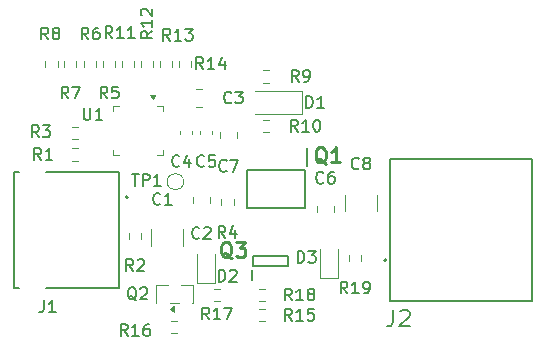
<source format=gbr>
%TF.GenerationSoftware,KiCad,Pcbnew,9.0.6*%
%TF.CreationDate,2026-01-22T02:23:31+05:30*%
%TF.ProjectId,USB-PD-Trigger-Board,5553422d-5044-42d5-9472-69676765722d,rev?*%
%TF.SameCoordinates,Original*%
%TF.FileFunction,Legend,Top*%
%TF.FilePolarity,Positive*%
%FSLAX45Y45*%
G04 Gerber Fmt 4.5, Leading zero omitted, Abs format (unit mm)*
G04 Created by KiCad (PCBNEW 9.0.6) date 2026-01-22 02:23:31*
%MOMM*%
%LPD*%
G01*
G04 APERTURE LIST*
%ADD10C,0.150000*%
%ADD11C,0.254000*%
%ADD12C,0.120000*%
%ADD13C,0.200000*%
%ADD14C,0.127000*%
G04 APERTURE END LIST*
D10*
X13205714Y-12245482D02*
X13172381Y-12197863D01*
X13148571Y-12245482D02*
X13148571Y-12145482D01*
X13148571Y-12145482D02*
X13186667Y-12145482D01*
X13186667Y-12145482D02*
X13196190Y-12150244D01*
X13196190Y-12150244D02*
X13200952Y-12155006D01*
X13200952Y-12155006D02*
X13205714Y-12164529D01*
X13205714Y-12164529D02*
X13205714Y-12178815D01*
X13205714Y-12178815D02*
X13200952Y-12188339D01*
X13200952Y-12188339D02*
X13196190Y-12193101D01*
X13196190Y-12193101D02*
X13186667Y-12197863D01*
X13186667Y-12197863D02*
X13148571Y-12197863D01*
X13300952Y-12245482D02*
X13243809Y-12245482D01*
X13272381Y-12245482D02*
X13272381Y-12145482D01*
X13272381Y-12145482D02*
X13262857Y-12159768D01*
X13262857Y-12159768D02*
X13253333Y-12169291D01*
X13253333Y-12169291D02*
X13243809Y-12174053D01*
X13391428Y-12145482D02*
X13343809Y-12145482D01*
X13343809Y-12145482D02*
X13339048Y-12193101D01*
X13339048Y-12193101D02*
X13343809Y-12188339D01*
X13343809Y-12188339D02*
X13353333Y-12183577D01*
X13353333Y-12183577D02*
X13377143Y-12183577D01*
X13377143Y-12183577D02*
X13386667Y-12188339D01*
X13386667Y-12188339D02*
X13391428Y-12193101D01*
X13391428Y-12193101D02*
X13396190Y-12202625D01*
X13396190Y-12202625D02*
X13396190Y-12226434D01*
X13396190Y-12226434D02*
X13391428Y-12235958D01*
X13391428Y-12235958D02*
X13386667Y-12240720D01*
X13386667Y-12240720D02*
X13377143Y-12245482D01*
X13377143Y-12245482D02*
X13353333Y-12245482D01*
X13353333Y-12245482D02*
X13343809Y-12240720D01*
X13343809Y-12240720D02*
X13339048Y-12235958D01*
D11*
X13497905Y-10919527D02*
X13485809Y-10913479D01*
X13485809Y-10913479D02*
X13473714Y-10901384D01*
X13473714Y-10901384D02*
X13455571Y-10883241D01*
X13455571Y-10883241D02*
X13443476Y-10877194D01*
X13443476Y-10877194D02*
X13431381Y-10877194D01*
X13437428Y-10907432D02*
X13425333Y-10901384D01*
X13425333Y-10901384D02*
X13413238Y-10889289D01*
X13413238Y-10889289D02*
X13407190Y-10865098D01*
X13407190Y-10865098D02*
X13407190Y-10822765D01*
X13407190Y-10822765D02*
X13413238Y-10798575D01*
X13413238Y-10798575D02*
X13425333Y-10786479D01*
X13425333Y-10786479D02*
X13437428Y-10780432D01*
X13437428Y-10780432D02*
X13461619Y-10780432D01*
X13461619Y-10780432D02*
X13473714Y-10786479D01*
X13473714Y-10786479D02*
X13485809Y-10798575D01*
X13485809Y-10798575D02*
X13491857Y-10822765D01*
X13491857Y-10822765D02*
X13491857Y-10865098D01*
X13491857Y-10865098D02*
X13485809Y-10889289D01*
X13485809Y-10889289D02*
X13473714Y-10901384D01*
X13473714Y-10901384D02*
X13461619Y-10907432D01*
X13461619Y-10907432D02*
X13437428Y-10907432D01*
X13612809Y-10907432D02*
X13540238Y-10907432D01*
X13576524Y-10907432D02*
X13576524Y-10780432D01*
X13576524Y-10780432D02*
X13564428Y-10798575D01*
X13564428Y-10798575D02*
X13552333Y-10810670D01*
X13552333Y-10810670D02*
X13540238Y-10816718D01*
D10*
X11063333Y-10694232D02*
X11030000Y-10646613D01*
X11006191Y-10694232D02*
X11006191Y-10594232D01*
X11006191Y-10594232D02*
X11044286Y-10594232D01*
X11044286Y-10594232D02*
X11053810Y-10598994D01*
X11053810Y-10598994D02*
X11058571Y-10603756D01*
X11058571Y-10603756D02*
X11063333Y-10613280D01*
X11063333Y-10613280D02*
X11063333Y-10627565D01*
X11063333Y-10627565D02*
X11058571Y-10637089D01*
X11058571Y-10637089D02*
X11053810Y-10641851D01*
X11053810Y-10641851D02*
X11044286Y-10646613D01*
X11044286Y-10646613D02*
X11006191Y-10646613D01*
X11096667Y-10594232D02*
X11158571Y-10594232D01*
X11158571Y-10594232D02*
X11125238Y-10632327D01*
X11125238Y-10632327D02*
X11139524Y-10632327D01*
X11139524Y-10632327D02*
X11149048Y-10637089D01*
X11149048Y-10637089D02*
X11153810Y-10641851D01*
X11153810Y-10641851D02*
X11158571Y-10651375D01*
X11158571Y-10651375D02*
X11158571Y-10675184D01*
X11158571Y-10675184D02*
X11153810Y-10684708D01*
X11153810Y-10684708D02*
X11149048Y-10689470D01*
X11149048Y-10689470D02*
X11139524Y-10694232D01*
X11139524Y-10694232D02*
X11110952Y-10694232D01*
X11110952Y-10694232D02*
X11101429Y-10689470D01*
X11101429Y-10689470D02*
X11096667Y-10684708D01*
X11483333Y-9865482D02*
X11450000Y-9817863D01*
X11426190Y-9865482D02*
X11426190Y-9765482D01*
X11426190Y-9765482D02*
X11464286Y-9765482D01*
X11464286Y-9765482D02*
X11473809Y-9770244D01*
X11473809Y-9770244D02*
X11478571Y-9775006D01*
X11478571Y-9775006D02*
X11483333Y-9784530D01*
X11483333Y-9784530D02*
X11483333Y-9798815D01*
X11483333Y-9798815D02*
X11478571Y-9808339D01*
X11478571Y-9808339D02*
X11473809Y-9813101D01*
X11473809Y-9813101D02*
X11464286Y-9817863D01*
X11464286Y-9817863D02*
X11426190Y-9817863D01*
X11569048Y-9765482D02*
X11550000Y-9765482D01*
X11550000Y-9765482D02*
X11540476Y-9770244D01*
X11540476Y-9770244D02*
X11535714Y-9775006D01*
X11535714Y-9775006D02*
X11526190Y-9789291D01*
X11526190Y-9789291D02*
X11521429Y-9808339D01*
X11521429Y-9808339D02*
X11521429Y-9846434D01*
X11521429Y-9846434D02*
X11526190Y-9855958D01*
X11526190Y-9855958D02*
X11530952Y-9860720D01*
X11530952Y-9860720D02*
X11540476Y-9865482D01*
X11540476Y-9865482D02*
X11559524Y-9865482D01*
X11559524Y-9865482D02*
X11569048Y-9860720D01*
X11569048Y-9860720D02*
X11573809Y-9855958D01*
X11573809Y-9855958D02*
X11578571Y-9846434D01*
X11578571Y-9846434D02*
X11578571Y-9822625D01*
X11578571Y-9822625D02*
X11573809Y-9813101D01*
X11573809Y-9813101D02*
X11569048Y-9808339D01*
X11569048Y-9808339D02*
X11559524Y-9803577D01*
X11559524Y-9803577D02*
X11540476Y-9803577D01*
X11540476Y-9803577D02*
X11530952Y-9808339D01*
X11530952Y-9808339D02*
X11526190Y-9813101D01*
X11526190Y-9813101D02*
X11521429Y-9822625D01*
X13256190Y-11755482D02*
X13256190Y-11655482D01*
X13256190Y-11655482D02*
X13280000Y-11655482D01*
X13280000Y-11655482D02*
X13294286Y-11660244D01*
X13294286Y-11660244D02*
X13303809Y-11669768D01*
X13303809Y-11669768D02*
X13308571Y-11679291D01*
X13308571Y-11679291D02*
X13313333Y-11698339D01*
X13313333Y-11698339D02*
X13313333Y-11712625D01*
X13313333Y-11712625D02*
X13308571Y-11731672D01*
X13308571Y-11731672D02*
X13303809Y-11741196D01*
X13303809Y-11741196D02*
X13294286Y-11750720D01*
X13294286Y-11750720D02*
X13280000Y-11755482D01*
X13280000Y-11755482D02*
X13256190Y-11755482D01*
X13346667Y-11655482D02*
X13408571Y-11655482D01*
X13408571Y-11655482D02*
X13375238Y-11693577D01*
X13375238Y-11693577D02*
X13389524Y-11693577D01*
X13389524Y-11693577D02*
X13399048Y-11698339D01*
X13399048Y-11698339D02*
X13403809Y-11703101D01*
X13403809Y-11703101D02*
X13408571Y-11712625D01*
X13408571Y-11712625D02*
X13408571Y-11736434D01*
X13408571Y-11736434D02*
X13403809Y-11745958D01*
X13403809Y-11745958D02*
X13399048Y-11750720D01*
X13399048Y-11750720D02*
X13389524Y-11755482D01*
X13389524Y-11755482D02*
X13360952Y-11755482D01*
X13360952Y-11755482D02*
X13351429Y-11750720D01*
X13351429Y-11750720D02*
X13346667Y-11745958D01*
X13675714Y-12015482D02*
X13642381Y-11967863D01*
X13618571Y-12015482D02*
X13618571Y-11915482D01*
X13618571Y-11915482D02*
X13656667Y-11915482D01*
X13656667Y-11915482D02*
X13666190Y-11920244D01*
X13666190Y-11920244D02*
X13670952Y-11925006D01*
X13670952Y-11925006D02*
X13675714Y-11934529D01*
X13675714Y-11934529D02*
X13675714Y-11948815D01*
X13675714Y-11948815D02*
X13670952Y-11958339D01*
X13670952Y-11958339D02*
X13666190Y-11963101D01*
X13666190Y-11963101D02*
X13656667Y-11967863D01*
X13656667Y-11967863D02*
X13618571Y-11967863D01*
X13770952Y-12015482D02*
X13713809Y-12015482D01*
X13742381Y-12015482D02*
X13742381Y-11915482D01*
X13742381Y-11915482D02*
X13732857Y-11929768D01*
X13732857Y-11929768D02*
X13723333Y-11939291D01*
X13723333Y-11939291D02*
X13713809Y-11944053D01*
X13818571Y-12015482D02*
X13837619Y-12015482D01*
X13837619Y-12015482D02*
X13847143Y-12010720D01*
X13847143Y-12010720D02*
X13851905Y-12005958D01*
X13851905Y-12005958D02*
X13861428Y-11991672D01*
X13861428Y-11991672D02*
X13866190Y-11972625D01*
X13866190Y-11972625D02*
X13866190Y-11934529D01*
X13866190Y-11934529D02*
X13861428Y-11925006D01*
X13861428Y-11925006D02*
X13856667Y-11920244D01*
X13856667Y-11920244D02*
X13847143Y-11915482D01*
X13847143Y-11915482D02*
X13828095Y-11915482D01*
X13828095Y-11915482D02*
X13818571Y-11920244D01*
X13818571Y-11920244D02*
X13813809Y-11925006D01*
X13813809Y-11925006D02*
X13809048Y-11934529D01*
X13809048Y-11934529D02*
X13809048Y-11958339D01*
X13809048Y-11958339D02*
X13813809Y-11967863D01*
X13813809Y-11967863D02*
X13818571Y-11972625D01*
X13818571Y-11972625D02*
X13828095Y-11977387D01*
X13828095Y-11977387D02*
X13847143Y-11977387D01*
X13847143Y-11977387D02*
X13856667Y-11972625D01*
X13856667Y-11972625D02*
X13861428Y-11967863D01*
X13861428Y-11967863D02*
X13866190Y-11958339D01*
X13773333Y-10955958D02*
X13768571Y-10960720D01*
X13768571Y-10960720D02*
X13754286Y-10965482D01*
X13754286Y-10965482D02*
X13744762Y-10965482D01*
X13744762Y-10965482D02*
X13730476Y-10960720D01*
X13730476Y-10960720D02*
X13720952Y-10951196D01*
X13720952Y-10951196D02*
X13716190Y-10941672D01*
X13716190Y-10941672D02*
X13711429Y-10922625D01*
X13711429Y-10922625D02*
X13711429Y-10908339D01*
X13711429Y-10908339D02*
X13716190Y-10889291D01*
X13716190Y-10889291D02*
X13720952Y-10879768D01*
X13720952Y-10879768D02*
X13730476Y-10870244D01*
X13730476Y-10870244D02*
X13744762Y-10865482D01*
X13744762Y-10865482D02*
X13754286Y-10865482D01*
X13754286Y-10865482D02*
X13768571Y-10870244D01*
X13768571Y-10870244D02*
X13773333Y-10875006D01*
X13830476Y-10908339D02*
X13820952Y-10903577D01*
X13820952Y-10903577D02*
X13816190Y-10898815D01*
X13816190Y-10898815D02*
X13811429Y-10889291D01*
X13811429Y-10889291D02*
X13811429Y-10884530D01*
X13811429Y-10884530D02*
X13816190Y-10875006D01*
X13816190Y-10875006D02*
X13820952Y-10870244D01*
X13820952Y-10870244D02*
X13830476Y-10865482D01*
X13830476Y-10865482D02*
X13849524Y-10865482D01*
X13849524Y-10865482D02*
X13859048Y-10870244D01*
X13859048Y-10870244D02*
X13863809Y-10875006D01*
X13863809Y-10875006D02*
X13868571Y-10884530D01*
X13868571Y-10884530D02*
X13868571Y-10889291D01*
X13868571Y-10889291D02*
X13863809Y-10898815D01*
X13863809Y-10898815D02*
X13859048Y-10903577D01*
X13859048Y-10903577D02*
X13849524Y-10908339D01*
X13849524Y-10908339D02*
X13830476Y-10908339D01*
X13830476Y-10908339D02*
X13820952Y-10913101D01*
X13820952Y-10913101D02*
X13816190Y-10917863D01*
X13816190Y-10917863D02*
X13811429Y-10927387D01*
X13811429Y-10927387D02*
X13811429Y-10946434D01*
X13811429Y-10946434D02*
X13816190Y-10955958D01*
X13816190Y-10955958D02*
X13820952Y-10960720D01*
X13820952Y-10960720D02*
X13830476Y-10965482D01*
X13830476Y-10965482D02*
X13849524Y-10965482D01*
X13849524Y-10965482D02*
X13859048Y-10960720D01*
X13859048Y-10960720D02*
X13863809Y-10955958D01*
X13863809Y-10955958D02*
X13868571Y-10946434D01*
X13868571Y-10946434D02*
X13868571Y-10927387D01*
X13868571Y-10927387D02*
X13863809Y-10917863D01*
X13863809Y-10917863D02*
X13859048Y-10913101D01*
X13859048Y-10913101D02*
X13849524Y-10908339D01*
X11863333Y-11825482D02*
X11830000Y-11777863D01*
X11806190Y-11825482D02*
X11806190Y-11725482D01*
X11806190Y-11725482D02*
X11844286Y-11725482D01*
X11844286Y-11725482D02*
X11853809Y-11730244D01*
X11853809Y-11730244D02*
X11858571Y-11735006D01*
X11858571Y-11735006D02*
X11863333Y-11744529D01*
X11863333Y-11744529D02*
X11863333Y-11758815D01*
X11863333Y-11758815D02*
X11858571Y-11768339D01*
X11858571Y-11768339D02*
X11853809Y-11773101D01*
X11853809Y-11773101D02*
X11844286Y-11777863D01*
X11844286Y-11777863D02*
X11806190Y-11777863D01*
X11901429Y-11735006D02*
X11906190Y-11730244D01*
X11906190Y-11730244D02*
X11915714Y-11725482D01*
X11915714Y-11725482D02*
X11939524Y-11725482D01*
X11939524Y-11725482D02*
X11949048Y-11730244D01*
X11949048Y-11730244D02*
X11953809Y-11735006D01*
X11953809Y-11735006D02*
X11958571Y-11744529D01*
X11958571Y-11744529D02*
X11958571Y-11754053D01*
X11958571Y-11754053D02*
X11953809Y-11768339D01*
X11953809Y-11768339D02*
X11896667Y-11825482D01*
X11896667Y-11825482D02*
X11958571Y-11825482D01*
X12455714Y-10115482D02*
X12422381Y-10067863D01*
X12398571Y-10115482D02*
X12398571Y-10015482D01*
X12398571Y-10015482D02*
X12436667Y-10015482D01*
X12436667Y-10015482D02*
X12446190Y-10020244D01*
X12446190Y-10020244D02*
X12450952Y-10025006D01*
X12450952Y-10025006D02*
X12455714Y-10034530D01*
X12455714Y-10034530D02*
X12455714Y-10048815D01*
X12455714Y-10048815D02*
X12450952Y-10058339D01*
X12450952Y-10058339D02*
X12446190Y-10063101D01*
X12446190Y-10063101D02*
X12436667Y-10067863D01*
X12436667Y-10067863D02*
X12398571Y-10067863D01*
X12550952Y-10115482D02*
X12493809Y-10115482D01*
X12522381Y-10115482D02*
X12522381Y-10015482D01*
X12522381Y-10015482D02*
X12512857Y-10029768D01*
X12512857Y-10029768D02*
X12503333Y-10039291D01*
X12503333Y-10039291D02*
X12493809Y-10044053D01*
X12636667Y-10048815D02*
X12636667Y-10115482D01*
X12612857Y-10010720D02*
X12589048Y-10082149D01*
X12589048Y-10082149D02*
X12650952Y-10082149D01*
X14063119Y-12154641D02*
X14063119Y-12255101D01*
X14063119Y-12255101D02*
X14056421Y-12275193D01*
X14056421Y-12275193D02*
X14043027Y-12288587D01*
X14043027Y-12288587D02*
X14022934Y-12295285D01*
X14022934Y-12295285D02*
X14009540Y-12295285D01*
X14123395Y-12168035D02*
X14130092Y-12161338D01*
X14130092Y-12161338D02*
X14143487Y-12154641D01*
X14143487Y-12154641D02*
X14176973Y-12154641D01*
X14176973Y-12154641D02*
X14190368Y-12161338D01*
X14190368Y-12161338D02*
X14197065Y-12168035D01*
X14197065Y-12168035D02*
X14203763Y-12181430D01*
X14203763Y-12181430D02*
X14203763Y-12194825D01*
X14203763Y-12194825D02*
X14197065Y-12214917D01*
X14197065Y-12214917D02*
X14116697Y-12295285D01*
X14116697Y-12295285D02*
X14203763Y-12295285D01*
X12025482Y-9795536D02*
X11977863Y-9828869D01*
X12025482Y-9852679D02*
X11925482Y-9852679D01*
X11925482Y-9852679D02*
X11925482Y-9814583D01*
X11925482Y-9814583D02*
X11930244Y-9805060D01*
X11930244Y-9805060D02*
X11935006Y-9800298D01*
X11935006Y-9800298D02*
X11944529Y-9795536D01*
X11944529Y-9795536D02*
X11958815Y-9795536D01*
X11958815Y-9795536D02*
X11968339Y-9800298D01*
X11968339Y-9800298D02*
X11973101Y-9805060D01*
X11973101Y-9805060D02*
X11977863Y-9814583D01*
X11977863Y-9814583D02*
X11977863Y-9852679D01*
X12025482Y-9700298D02*
X12025482Y-9757440D01*
X12025482Y-9728869D02*
X11925482Y-9728869D01*
X11925482Y-9728869D02*
X11939768Y-9738393D01*
X11939768Y-9738393D02*
X11949291Y-9747917D01*
X11949291Y-9747917D02*
X11954053Y-9757440D01*
X11935006Y-9662202D02*
X11930244Y-9657440D01*
X11930244Y-9657440D02*
X11925482Y-9647917D01*
X11925482Y-9647917D02*
X11925482Y-9624107D01*
X11925482Y-9624107D02*
X11930244Y-9614583D01*
X11930244Y-9614583D02*
X11935006Y-9609821D01*
X11935006Y-9609821D02*
X11944529Y-9605060D01*
X11944529Y-9605060D02*
X11954053Y-9605060D01*
X11954053Y-9605060D02*
X11968339Y-9609821D01*
X11968339Y-9609821D02*
X12025482Y-9666964D01*
X12025482Y-9666964D02*
X12025482Y-9605060D01*
X12253333Y-10935958D02*
X12248571Y-10940720D01*
X12248571Y-10940720D02*
X12234286Y-10945482D01*
X12234286Y-10945482D02*
X12224762Y-10945482D01*
X12224762Y-10945482D02*
X12210476Y-10940720D01*
X12210476Y-10940720D02*
X12200952Y-10931196D01*
X12200952Y-10931196D02*
X12196190Y-10921672D01*
X12196190Y-10921672D02*
X12191429Y-10902625D01*
X12191429Y-10902625D02*
X12191429Y-10888339D01*
X12191429Y-10888339D02*
X12196190Y-10869291D01*
X12196190Y-10869291D02*
X12200952Y-10859768D01*
X12200952Y-10859768D02*
X12210476Y-10850244D01*
X12210476Y-10850244D02*
X12224762Y-10845482D01*
X12224762Y-10845482D02*
X12234286Y-10845482D01*
X12234286Y-10845482D02*
X12248571Y-10850244D01*
X12248571Y-10850244D02*
X12253333Y-10855006D01*
X12339048Y-10878815D02*
X12339048Y-10945482D01*
X12315238Y-10840720D02*
X12291429Y-10912149D01*
X12291429Y-10912149D02*
X12353333Y-10912149D01*
X13326190Y-10445482D02*
X13326190Y-10345482D01*
X13326190Y-10345482D02*
X13350000Y-10345482D01*
X13350000Y-10345482D02*
X13364286Y-10350244D01*
X13364286Y-10350244D02*
X13373809Y-10359768D01*
X13373809Y-10359768D02*
X13378571Y-10369291D01*
X13378571Y-10369291D02*
X13383333Y-10388339D01*
X13383333Y-10388339D02*
X13383333Y-10402625D01*
X13383333Y-10402625D02*
X13378571Y-10421672D01*
X13378571Y-10421672D02*
X13373809Y-10431196D01*
X13373809Y-10431196D02*
X13364286Y-10440720D01*
X13364286Y-10440720D02*
X13350000Y-10445482D01*
X13350000Y-10445482D02*
X13326190Y-10445482D01*
X13478571Y-10445482D02*
X13421429Y-10445482D01*
X13450000Y-10445482D02*
X13450000Y-10345482D01*
X13450000Y-10345482D02*
X13440476Y-10359768D01*
X13440476Y-10359768D02*
X13430952Y-10369291D01*
X13430952Y-10369291D02*
X13421429Y-10374053D01*
X11106667Y-12075482D02*
X11106667Y-12146910D01*
X11106667Y-12146910D02*
X11101905Y-12161196D01*
X11101905Y-12161196D02*
X11092381Y-12170720D01*
X11092381Y-12170720D02*
X11078095Y-12175482D01*
X11078095Y-12175482D02*
X11068571Y-12175482D01*
X11206667Y-12175482D02*
X11149524Y-12175482D01*
X11178095Y-12175482D02*
X11178095Y-12075482D01*
X11178095Y-12075482D02*
X11168571Y-12089768D01*
X11168571Y-12089768D02*
X11159048Y-12099291D01*
X11159048Y-12099291D02*
X11149524Y-12104053D01*
X13473333Y-11075958D02*
X13468571Y-11080720D01*
X13468571Y-11080720D02*
X13454286Y-11085482D01*
X13454286Y-11085482D02*
X13444762Y-11085482D01*
X13444762Y-11085482D02*
X13430476Y-11080720D01*
X13430476Y-11080720D02*
X13420952Y-11071196D01*
X13420952Y-11071196D02*
X13416190Y-11061672D01*
X13416190Y-11061672D02*
X13411429Y-11042625D01*
X13411429Y-11042625D02*
X13411429Y-11028339D01*
X13411429Y-11028339D02*
X13416190Y-11009291D01*
X13416190Y-11009291D02*
X13420952Y-10999768D01*
X13420952Y-10999768D02*
X13430476Y-10990244D01*
X13430476Y-10990244D02*
X13444762Y-10985482D01*
X13444762Y-10985482D02*
X13454286Y-10985482D01*
X13454286Y-10985482D02*
X13468571Y-10990244D01*
X13468571Y-10990244D02*
X13473333Y-10995006D01*
X13559048Y-10985482D02*
X13540000Y-10985482D01*
X13540000Y-10985482D02*
X13530476Y-10990244D01*
X13530476Y-10990244D02*
X13525714Y-10995006D01*
X13525714Y-10995006D02*
X13516190Y-11009291D01*
X13516190Y-11009291D02*
X13511429Y-11028339D01*
X13511429Y-11028339D02*
X13511429Y-11066434D01*
X13511429Y-11066434D02*
X13516190Y-11075958D01*
X13516190Y-11075958D02*
X13520952Y-11080720D01*
X13520952Y-11080720D02*
X13530476Y-11085482D01*
X13530476Y-11085482D02*
X13549524Y-11085482D01*
X13549524Y-11085482D02*
X13559048Y-11080720D01*
X13559048Y-11080720D02*
X13563809Y-11075958D01*
X13563809Y-11075958D02*
X13568571Y-11066434D01*
X13568571Y-11066434D02*
X13568571Y-11042625D01*
X13568571Y-11042625D02*
X13563809Y-11033101D01*
X13563809Y-11033101D02*
X13559048Y-11028339D01*
X13559048Y-11028339D02*
X13549524Y-11023577D01*
X13549524Y-11023577D02*
X13530476Y-11023577D01*
X13530476Y-11023577D02*
X13520952Y-11028339D01*
X13520952Y-11028339D02*
X13516190Y-11033101D01*
X13516190Y-11033101D02*
X13511429Y-11042625D01*
D11*
X12697905Y-11719527D02*
X12685809Y-11713479D01*
X12685809Y-11713479D02*
X12673714Y-11701384D01*
X12673714Y-11701384D02*
X12655571Y-11683241D01*
X12655571Y-11683241D02*
X12643476Y-11677194D01*
X12643476Y-11677194D02*
X12631381Y-11677194D01*
X12637428Y-11707432D02*
X12625333Y-11701384D01*
X12625333Y-11701384D02*
X12613238Y-11689289D01*
X12613238Y-11689289D02*
X12607190Y-11665098D01*
X12607190Y-11665098D02*
X12607190Y-11622765D01*
X12607190Y-11622765D02*
X12613238Y-11598575D01*
X12613238Y-11598575D02*
X12625333Y-11586479D01*
X12625333Y-11586479D02*
X12637428Y-11580432D01*
X12637428Y-11580432D02*
X12661619Y-11580432D01*
X12661619Y-11580432D02*
X12673714Y-11586479D01*
X12673714Y-11586479D02*
X12685809Y-11598575D01*
X12685809Y-11598575D02*
X12691857Y-11622765D01*
X12691857Y-11622765D02*
X12691857Y-11665098D01*
X12691857Y-11665098D02*
X12685809Y-11689289D01*
X12685809Y-11689289D02*
X12673714Y-11701384D01*
X12673714Y-11701384D02*
X12661619Y-11707432D01*
X12661619Y-11707432D02*
X12637428Y-11707432D01*
X12734190Y-11580432D02*
X12812809Y-11580432D01*
X12812809Y-11580432D02*
X12770476Y-11628813D01*
X12770476Y-11628813D02*
X12788619Y-11628813D01*
X12788619Y-11628813D02*
X12800714Y-11634860D01*
X12800714Y-11634860D02*
X12806762Y-11640908D01*
X12806762Y-11640908D02*
X12812809Y-11653003D01*
X12812809Y-11653003D02*
X12812809Y-11683241D01*
X12812809Y-11683241D02*
X12806762Y-11695336D01*
X12806762Y-11695336D02*
X12800714Y-11701384D01*
X12800714Y-11701384D02*
X12788619Y-11707432D01*
X12788619Y-11707432D02*
X12752333Y-11707432D01*
X12752333Y-11707432D02*
X12740238Y-11701384D01*
X12740238Y-11701384D02*
X12734190Y-11695336D01*
D10*
X12643333Y-11545482D02*
X12610000Y-11497863D01*
X12586190Y-11545482D02*
X12586190Y-11445482D01*
X12586190Y-11445482D02*
X12624286Y-11445482D01*
X12624286Y-11445482D02*
X12633809Y-11450244D01*
X12633809Y-11450244D02*
X12638571Y-11455006D01*
X12638571Y-11455006D02*
X12643333Y-11464529D01*
X12643333Y-11464529D02*
X12643333Y-11478815D01*
X12643333Y-11478815D02*
X12638571Y-11488339D01*
X12638571Y-11488339D02*
X12633809Y-11493101D01*
X12633809Y-11493101D02*
X12624286Y-11497863D01*
X12624286Y-11497863D02*
X12586190Y-11497863D01*
X12729048Y-11478815D02*
X12729048Y-11545482D01*
X12705238Y-11440720D02*
X12681429Y-11512148D01*
X12681429Y-11512148D02*
X12743333Y-11512148D01*
X11890476Y-12075006D02*
X11880952Y-12070244D01*
X11880952Y-12070244D02*
X11871428Y-12060720D01*
X11871428Y-12060720D02*
X11857143Y-12046434D01*
X11857143Y-12046434D02*
X11847619Y-12041672D01*
X11847619Y-12041672D02*
X11838095Y-12041672D01*
X11842857Y-12065482D02*
X11833333Y-12060720D01*
X11833333Y-12060720D02*
X11823809Y-12051196D01*
X11823809Y-12051196D02*
X11819048Y-12032148D01*
X11819048Y-12032148D02*
X11819048Y-11998815D01*
X11819048Y-11998815D02*
X11823809Y-11979768D01*
X11823809Y-11979768D02*
X11833333Y-11970244D01*
X11833333Y-11970244D02*
X11842857Y-11965482D01*
X11842857Y-11965482D02*
X11861905Y-11965482D01*
X11861905Y-11965482D02*
X11871428Y-11970244D01*
X11871428Y-11970244D02*
X11880952Y-11979768D01*
X11880952Y-11979768D02*
X11885714Y-11998815D01*
X11885714Y-11998815D02*
X11885714Y-12032148D01*
X11885714Y-12032148D02*
X11880952Y-12051196D01*
X11880952Y-12051196D02*
X11871428Y-12060720D01*
X11871428Y-12060720D02*
X11861905Y-12065482D01*
X11861905Y-12065482D02*
X11842857Y-12065482D01*
X11923809Y-11975006D02*
X11928571Y-11970244D01*
X11928571Y-11970244D02*
X11938095Y-11965482D01*
X11938095Y-11965482D02*
X11961905Y-11965482D01*
X11961905Y-11965482D02*
X11971428Y-11970244D01*
X11971428Y-11970244D02*
X11976190Y-11975006D01*
X11976190Y-11975006D02*
X11980952Y-11984529D01*
X11980952Y-11984529D02*
X11980952Y-11994053D01*
X11980952Y-11994053D02*
X11976190Y-12008339D01*
X11976190Y-12008339D02*
X11919048Y-12065482D01*
X11919048Y-12065482D02*
X11980952Y-12065482D01*
X12463333Y-10935958D02*
X12458571Y-10940720D01*
X12458571Y-10940720D02*
X12444286Y-10945482D01*
X12444286Y-10945482D02*
X12434762Y-10945482D01*
X12434762Y-10945482D02*
X12420476Y-10940720D01*
X12420476Y-10940720D02*
X12410952Y-10931196D01*
X12410952Y-10931196D02*
X12406190Y-10921672D01*
X12406190Y-10921672D02*
X12401429Y-10902625D01*
X12401429Y-10902625D02*
X12401429Y-10888339D01*
X12401429Y-10888339D02*
X12406190Y-10869291D01*
X12406190Y-10869291D02*
X12410952Y-10859768D01*
X12410952Y-10859768D02*
X12420476Y-10850244D01*
X12420476Y-10850244D02*
X12434762Y-10845482D01*
X12434762Y-10845482D02*
X12444286Y-10845482D01*
X12444286Y-10845482D02*
X12458571Y-10850244D01*
X12458571Y-10850244D02*
X12463333Y-10855006D01*
X12553809Y-10845482D02*
X12506190Y-10845482D01*
X12506190Y-10845482D02*
X12501429Y-10893101D01*
X12501429Y-10893101D02*
X12506190Y-10888339D01*
X12506190Y-10888339D02*
X12515714Y-10883577D01*
X12515714Y-10883577D02*
X12539524Y-10883577D01*
X12539524Y-10883577D02*
X12549048Y-10888339D01*
X12549048Y-10888339D02*
X12553809Y-10893101D01*
X12553809Y-10893101D02*
X12558571Y-10902625D01*
X12558571Y-10902625D02*
X12558571Y-10926434D01*
X12558571Y-10926434D02*
X12553809Y-10935958D01*
X12553809Y-10935958D02*
X12549048Y-10940720D01*
X12549048Y-10940720D02*
X12539524Y-10945482D01*
X12539524Y-10945482D02*
X12515714Y-10945482D01*
X12515714Y-10945482D02*
X12506190Y-10940720D01*
X12506190Y-10940720D02*
X12501429Y-10935958D01*
X11643333Y-10365482D02*
X11610000Y-10317863D01*
X11586190Y-10365482D02*
X11586190Y-10265482D01*
X11586190Y-10265482D02*
X11624286Y-10265482D01*
X11624286Y-10265482D02*
X11633809Y-10270244D01*
X11633809Y-10270244D02*
X11638571Y-10275006D01*
X11638571Y-10275006D02*
X11643333Y-10284530D01*
X11643333Y-10284530D02*
X11643333Y-10298815D01*
X11643333Y-10298815D02*
X11638571Y-10308339D01*
X11638571Y-10308339D02*
X11633809Y-10313101D01*
X11633809Y-10313101D02*
X11624286Y-10317863D01*
X11624286Y-10317863D02*
X11586190Y-10317863D01*
X11733809Y-10265482D02*
X11686190Y-10265482D01*
X11686190Y-10265482D02*
X11681429Y-10313101D01*
X11681429Y-10313101D02*
X11686190Y-10308339D01*
X11686190Y-10308339D02*
X11695714Y-10303577D01*
X11695714Y-10303577D02*
X11719524Y-10303577D01*
X11719524Y-10303577D02*
X11729048Y-10308339D01*
X11729048Y-10308339D02*
X11733809Y-10313101D01*
X11733809Y-10313101D02*
X11738571Y-10322625D01*
X11738571Y-10322625D02*
X11738571Y-10346434D01*
X11738571Y-10346434D02*
X11733809Y-10355958D01*
X11733809Y-10355958D02*
X11729048Y-10360720D01*
X11729048Y-10360720D02*
X11719524Y-10365482D01*
X11719524Y-10365482D02*
X11695714Y-10365482D01*
X11695714Y-10365482D02*
X11686190Y-10360720D01*
X11686190Y-10360720D02*
X11681429Y-10355958D01*
X13205714Y-12075482D02*
X13172381Y-12027863D01*
X13148571Y-12075482D02*
X13148571Y-11975482D01*
X13148571Y-11975482D02*
X13186667Y-11975482D01*
X13186667Y-11975482D02*
X13196190Y-11980244D01*
X13196190Y-11980244D02*
X13200952Y-11985006D01*
X13200952Y-11985006D02*
X13205714Y-11994529D01*
X13205714Y-11994529D02*
X13205714Y-12008815D01*
X13205714Y-12008815D02*
X13200952Y-12018339D01*
X13200952Y-12018339D02*
X13196190Y-12023101D01*
X13196190Y-12023101D02*
X13186667Y-12027863D01*
X13186667Y-12027863D02*
X13148571Y-12027863D01*
X13300952Y-12075482D02*
X13243809Y-12075482D01*
X13272381Y-12075482D02*
X13272381Y-11975482D01*
X13272381Y-11975482D02*
X13262857Y-11989768D01*
X13262857Y-11989768D02*
X13253333Y-11999291D01*
X13253333Y-11999291D02*
X13243809Y-12004053D01*
X13358095Y-12018339D02*
X13348571Y-12013577D01*
X13348571Y-12013577D02*
X13343809Y-12008815D01*
X13343809Y-12008815D02*
X13339048Y-11999291D01*
X13339048Y-11999291D02*
X13339048Y-11994529D01*
X13339048Y-11994529D02*
X13343809Y-11985006D01*
X13343809Y-11985006D02*
X13348571Y-11980244D01*
X13348571Y-11980244D02*
X13358095Y-11975482D01*
X13358095Y-11975482D02*
X13377143Y-11975482D01*
X13377143Y-11975482D02*
X13386667Y-11980244D01*
X13386667Y-11980244D02*
X13391428Y-11985006D01*
X13391428Y-11985006D02*
X13396190Y-11994529D01*
X13396190Y-11994529D02*
X13396190Y-11999291D01*
X13396190Y-11999291D02*
X13391428Y-12008815D01*
X13391428Y-12008815D02*
X13386667Y-12013577D01*
X13386667Y-12013577D02*
X13377143Y-12018339D01*
X13377143Y-12018339D02*
X13358095Y-12018339D01*
X13358095Y-12018339D02*
X13348571Y-12023101D01*
X13348571Y-12023101D02*
X13343809Y-12027863D01*
X13343809Y-12027863D02*
X13339048Y-12037387D01*
X13339048Y-12037387D02*
X13339048Y-12056434D01*
X13339048Y-12056434D02*
X13343809Y-12065958D01*
X13343809Y-12065958D02*
X13348571Y-12070720D01*
X13348571Y-12070720D02*
X13358095Y-12075482D01*
X13358095Y-12075482D02*
X13377143Y-12075482D01*
X13377143Y-12075482D02*
X13386667Y-12070720D01*
X13386667Y-12070720D02*
X13391428Y-12065958D01*
X13391428Y-12065958D02*
X13396190Y-12056434D01*
X13396190Y-12056434D02*
X13396190Y-12037387D01*
X13396190Y-12037387D02*
X13391428Y-12027863D01*
X13391428Y-12027863D02*
X13386667Y-12023101D01*
X13386667Y-12023101D02*
X13377143Y-12018339D01*
X13255714Y-10645482D02*
X13222381Y-10597863D01*
X13198571Y-10645482D02*
X13198571Y-10545482D01*
X13198571Y-10545482D02*
X13236667Y-10545482D01*
X13236667Y-10545482D02*
X13246190Y-10550244D01*
X13246190Y-10550244D02*
X13250952Y-10555006D01*
X13250952Y-10555006D02*
X13255714Y-10564530D01*
X13255714Y-10564530D02*
X13255714Y-10578815D01*
X13255714Y-10578815D02*
X13250952Y-10588339D01*
X13250952Y-10588339D02*
X13246190Y-10593101D01*
X13246190Y-10593101D02*
X13236667Y-10597863D01*
X13236667Y-10597863D02*
X13198571Y-10597863D01*
X13350952Y-10645482D02*
X13293809Y-10645482D01*
X13322381Y-10645482D02*
X13322381Y-10545482D01*
X13322381Y-10545482D02*
X13312857Y-10559768D01*
X13312857Y-10559768D02*
X13303333Y-10569291D01*
X13303333Y-10569291D02*
X13293809Y-10574053D01*
X13412857Y-10545482D02*
X13422381Y-10545482D01*
X13422381Y-10545482D02*
X13431905Y-10550244D01*
X13431905Y-10550244D02*
X13436667Y-10555006D01*
X13436667Y-10555006D02*
X13441428Y-10564530D01*
X13441428Y-10564530D02*
X13446190Y-10583577D01*
X13446190Y-10583577D02*
X13446190Y-10607387D01*
X13446190Y-10607387D02*
X13441428Y-10626434D01*
X13441428Y-10626434D02*
X13436667Y-10635958D01*
X13436667Y-10635958D02*
X13431905Y-10640720D01*
X13431905Y-10640720D02*
X13422381Y-10645482D01*
X13422381Y-10645482D02*
X13412857Y-10645482D01*
X13412857Y-10645482D02*
X13403333Y-10640720D01*
X13403333Y-10640720D02*
X13398571Y-10635958D01*
X13398571Y-10635958D02*
X13393809Y-10626434D01*
X13393809Y-10626434D02*
X13389048Y-10607387D01*
X13389048Y-10607387D02*
X13389048Y-10583577D01*
X13389048Y-10583577D02*
X13393809Y-10564530D01*
X13393809Y-10564530D02*
X13398571Y-10555006D01*
X13398571Y-10555006D02*
X13403333Y-10550244D01*
X13403333Y-10550244D02*
X13412857Y-10545482D01*
X12693333Y-10397208D02*
X12688571Y-10401970D01*
X12688571Y-10401970D02*
X12674286Y-10406732D01*
X12674286Y-10406732D02*
X12664762Y-10406732D01*
X12664762Y-10406732D02*
X12650476Y-10401970D01*
X12650476Y-10401970D02*
X12640952Y-10392446D01*
X12640952Y-10392446D02*
X12636190Y-10382922D01*
X12636190Y-10382922D02*
X12631429Y-10363875D01*
X12631429Y-10363875D02*
X12631429Y-10349589D01*
X12631429Y-10349589D02*
X12636190Y-10330541D01*
X12636190Y-10330541D02*
X12640952Y-10321018D01*
X12640952Y-10321018D02*
X12650476Y-10311494D01*
X12650476Y-10311494D02*
X12664762Y-10306732D01*
X12664762Y-10306732D02*
X12674286Y-10306732D01*
X12674286Y-10306732D02*
X12688571Y-10311494D01*
X12688571Y-10311494D02*
X12693333Y-10316256D01*
X12726667Y-10306732D02*
X12788571Y-10306732D01*
X12788571Y-10306732D02*
X12755238Y-10344827D01*
X12755238Y-10344827D02*
X12769524Y-10344827D01*
X12769524Y-10344827D02*
X12779048Y-10349589D01*
X12779048Y-10349589D02*
X12783809Y-10354351D01*
X12783809Y-10354351D02*
X12788571Y-10363875D01*
X12788571Y-10363875D02*
X12788571Y-10387684D01*
X12788571Y-10387684D02*
X12783809Y-10397208D01*
X12783809Y-10397208D02*
X12779048Y-10401970D01*
X12779048Y-10401970D02*
X12769524Y-10406732D01*
X12769524Y-10406732D02*
X12740952Y-10406732D01*
X12740952Y-10406732D02*
X12731429Y-10401970D01*
X12731429Y-10401970D02*
X12726667Y-10397208D01*
X11143333Y-9865482D02*
X11110000Y-9817863D01*
X11086191Y-9865482D02*
X11086191Y-9765482D01*
X11086191Y-9765482D02*
X11124286Y-9765482D01*
X11124286Y-9765482D02*
X11133810Y-9770244D01*
X11133810Y-9770244D02*
X11138571Y-9775006D01*
X11138571Y-9775006D02*
X11143333Y-9784530D01*
X11143333Y-9784530D02*
X11143333Y-9798815D01*
X11143333Y-9798815D02*
X11138571Y-9808339D01*
X11138571Y-9808339D02*
X11133810Y-9813101D01*
X11133810Y-9813101D02*
X11124286Y-9817863D01*
X11124286Y-9817863D02*
X11086191Y-9817863D01*
X11200476Y-9808339D02*
X11190952Y-9803577D01*
X11190952Y-9803577D02*
X11186190Y-9798815D01*
X11186190Y-9798815D02*
X11181429Y-9789291D01*
X11181429Y-9789291D02*
X11181429Y-9784530D01*
X11181429Y-9784530D02*
X11186190Y-9775006D01*
X11186190Y-9775006D02*
X11190952Y-9770244D01*
X11190952Y-9770244D02*
X11200476Y-9765482D01*
X11200476Y-9765482D02*
X11219524Y-9765482D01*
X11219524Y-9765482D02*
X11229048Y-9770244D01*
X11229048Y-9770244D02*
X11233809Y-9775006D01*
X11233809Y-9775006D02*
X11238571Y-9784530D01*
X11238571Y-9784530D02*
X11238571Y-9789291D01*
X11238571Y-9789291D02*
X11233809Y-9798815D01*
X11233809Y-9798815D02*
X11229048Y-9803577D01*
X11229048Y-9803577D02*
X11219524Y-9808339D01*
X11219524Y-9808339D02*
X11200476Y-9808339D01*
X11200476Y-9808339D02*
X11190952Y-9813101D01*
X11190952Y-9813101D02*
X11186190Y-9817863D01*
X11186190Y-9817863D02*
X11181429Y-9827387D01*
X11181429Y-9827387D02*
X11181429Y-9846434D01*
X11181429Y-9846434D02*
X11186190Y-9855958D01*
X11186190Y-9855958D02*
X11190952Y-9860720D01*
X11190952Y-9860720D02*
X11200476Y-9865482D01*
X11200476Y-9865482D02*
X11219524Y-9865482D01*
X11219524Y-9865482D02*
X11229048Y-9860720D01*
X11229048Y-9860720D02*
X11233809Y-9855958D01*
X11233809Y-9855958D02*
X11238571Y-9846434D01*
X11238571Y-9846434D02*
X11238571Y-9827387D01*
X11238571Y-9827387D02*
X11233809Y-9817863D01*
X11233809Y-9817863D02*
X11229048Y-9813101D01*
X11229048Y-9813101D02*
X11219524Y-9808339D01*
X11815714Y-12375482D02*
X11782381Y-12327863D01*
X11758571Y-12375482D02*
X11758571Y-12275482D01*
X11758571Y-12275482D02*
X11796667Y-12275482D01*
X11796667Y-12275482D02*
X11806190Y-12280244D01*
X11806190Y-12280244D02*
X11810952Y-12285006D01*
X11810952Y-12285006D02*
X11815714Y-12294529D01*
X11815714Y-12294529D02*
X11815714Y-12308815D01*
X11815714Y-12308815D02*
X11810952Y-12318339D01*
X11810952Y-12318339D02*
X11806190Y-12323101D01*
X11806190Y-12323101D02*
X11796667Y-12327863D01*
X11796667Y-12327863D02*
X11758571Y-12327863D01*
X11910952Y-12375482D02*
X11853809Y-12375482D01*
X11882381Y-12375482D02*
X11882381Y-12275482D01*
X11882381Y-12275482D02*
X11872857Y-12289768D01*
X11872857Y-12289768D02*
X11863333Y-12299291D01*
X11863333Y-12299291D02*
X11853809Y-12304053D01*
X11996667Y-12275482D02*
X11977619Y-12275482D01*
X11977619Y-12275482D02*
X11968095Y-12280244D01*
X11968095Y-12280244D02*
X11963333Y-12285006D01*
X11963333Y-12285006D02*
X11953809Y-12299291D01*
X11953809Y-12299291D02*
X11949048Y-12318339D01*
X11949048Y-12318339D02*
X11949048Y-12356434D01*
X11949048Y-12356434D02*
X11953809Y-12365958D01*
X11953809Y-12365958D02*
X11958571Y-12370720D01*
X11958571Y-12370720D02*
X11968095Y-12375482D01*
X11968095Y-12375482D02*
X11987143Y-12375482D01*
X11987143Y-12375482D02*
X11996667Y-12370720D01*
X11996667Y-12370720D02*
X12001428Y-12365958D01*
X12001428Y-12365958D02*
X12006190Y-12356434D01*
X12006190Y-12356434D02*
X12006190Y-12332625D01*
X12006190Y-12332625D02*
X12001428Y-12323101D01*
X12001428Y-12323101D02*
X11996667Y-12318339D01*
X11996667Y-12318339D02*
X11987143Y-12313577D01*
X11987143Y-12313577D02*
X11968095Y-12313577D01*
X11968095Y-12313577D02*
X11958571Y-12318339D01*
X11958571Y-12318339D02*
X11953809Y-12323101D01*
X11953809Y-12323101D02*
X11949048Y-12332625D01*
X13263333Y-10225482D02*
X13230000Y-10177863D01*
X13206190Y-10225482D02*
X13206190Y-10125482D01*
X13206190Y-10125482D02*
X13244286Y-10125482D01*
X13244286Y-10125482D02*
X13253809Y-10130244D01*
X13253809Y-10130244D02*
X13258571Y-10135006D01*
X13258571Y-10135006D02*
X13263333Y-10144530D01*
X13263333Y-10144530D02*
X13263333Y-10158815D01*
X13263333Y-10158815D02*
X13258571Y-10168339D01*
X13258571Y-10168339D02*
X13253809Y-10173101D01*
X13253809Y-10173101D02*
X13244286Y-10177863D01*
X13244286Y-10177863D02*
X13206190Y-10177863D01*
X13310952Y-10225482D02*
X13330000Y-10225482D01*
X13330000Y-10225482D02*
X13339524Y-10220720D01*
X13339524Y-10220720D02*
X13344286Y-10215958D01*
X13344286Y-10215958D02*
X13353809Y-10201672D01*
X13353809Y-10201672D02*
X13358571Y-10182625D01*
X13358571Y-10182625D02*
X13358571Y-10144530D01*
X13358571Y-10144530D02*
X13353809Y-10135006D01*
X13353809Y-10135006D02*
X13349048Y-10130244D01*
X13349048Y-10130244D02*
X13339524Y-10125482D01*
X13339524Y-10125482D02*
X13320476Y-10125482D01*
X13320476Y-10125482D02*
X13310952Y-10130244D01*
X13310952Y-10130244D02*
X13306190Y-10135006D01*
X13306190Y-10135006D02*
X13301429Y-10144530D01*
X13301429Y-10144530D02*
X13301429Y-10168339D01*
X13301429Y-10168339D02*
X13306190Y-10177863D01*
X13306190Y-10177863D02*
X13310952Y-10182625D01*
X13310952Y-10182625D02*
X13320476Y-10187387D01*
X13320476Y-10187387D02*
X13339524Y-10187387D01*
X13339524Y-10187387D02*
X13349048Y-10182625D01*
X13349048Y-10182625D02*
X13353809Y-10177863D01*
X13353809Y-10177863D02*
X13358571Y-10168339D01*
X11853809Y-11005482D02*
X11910952Y-11005482D01*
X11882381Y-11105482D02*
X11882381Y-11005482D01*
X11944286Y-11105482D02*
X11944286Y-11005482D01*
X11944286Y-11005482D02*
X11982381Y-11005482D01*
X11982381Y-11005482D02*
X11991905Y-11010244D01*
X11991905Y-11010244D02*
X11996667Y-11015006D01*
X11996667Y-11015006D02*
X12001428Y-11024530D01*
X12001428Y-11024530D02*
X12001428Y-11038815D01*
X12001428Y-11038815D02*
X11996667Y-11048339D01*
X11996667Y-11048339D02*
X11991905Y-11053101D01*
X11991905Y-11053101D02*
X11982381Y-11057863D01*
X11982381Y-11057863D02*
X11944286Y-11057863D01*
X12096667Y-11105482D02*
X12039524Y-11105482D01*
X12068095Y-11105482D02*
X12068095Y-11005482D01*
X12068095Y-11005482D02*
X12058571Y-11019768D01*
X12058571Y-11019768D02*
X12049048Y-11029291D01*
X12049048Y-11029291D02*
X12039524Y-11034053D01*
X12423333Y-11545958D02*
X12418571Y-11550720D01*
X12418571Y-11550720D02*
X12404286Y-11555482D01*
X12404286Y-11555482D02*
X12394762Y-11555482D01*
X12394762Y-11555482D02*
X12380476Y-11550720D01*
X12380476Y-11550720D02*
X12370952Y-11541196D01*
X12370952Y-11541196D02*
X12366190Y-11531672D01*
X12366190Y-11531672D02*
X12361429Y-11512625D01*
X12361429Y-11512625D02*
X12361429Y-11498339D01*
X12361429Y-11498339D02*
X12366190Y-11479291D01*
X12366190Y-11479291D02*
X12370952Y-11469768D01*
X12370952Y-11469768D02*
X12380476Y-11460244D01*
X12380476Y-11460244D02*
X12394762Y-11455482D01*
X12394762Y-11455482D02*
X12404286Y-11455482D01*
X12404286Y-11455482D02*
X12418571Y-11460244D01*
X12418571Y-11460244D02*
X12423333Y-11465006D01*
X12461429Y-11465006D02*
X12466190Y-11460244D01*
X12466190Y-11460244D02*
X12475714Y-11455482D01*
X12475714Y-11455482D02*
X12499524Y-11455482D01*
X12499524Y-11455482D02*
X12509048Y-11460244D01*
X12509048Y-11460244D02*
X12513809Y-11465006D01*
X12513809Y-11465006D02*
X12518571Y-11474529D01*
X12518571Y-11474529D02*
X12518571Y-11484053D01*
X12518571Y-11484053D02*
X12513809Y-11498339D01*
X12513809Y-11498339D02*
X12456667Y-11555482D01*
X12456667Y-11555482D02*
X12518571Y-11555482D01*
X12175714Y-9875482D02*
X12142381Y-9827863D01*
X12118571Y-9875482D02*
X12118571Y-9775482D01*
X12118571Y-9775482D02*
X12156667Y-9775482D01*
X12156667Y-9775482D02*
X12166190Y-9780244D01*
X12166190Y-9780244D02*
X12170952Y-9785006D01*
X12170952Y-9785006D02*
X12175714Y-9794530D01*
X12175714Y-9794530D02*
X12175714Y-9808815D01*
X12175714Y-9808815D02*
X12170952Y-9818339D01*
X12170952Y-9818339D02*
X12166190Y-9823101D01*
X12166190Y-9823101D02*
X12156667Y-9827863D01*
X12156667Y-9827863D02*
X12118571Y-9827863D01*
X12270952Y-9875482D02*
X12213809Y-9875482D01*
X12242381Y-9875482D02*
X12242381Y-9775482D01*
X12242381Y-9775482D02*
X12232857Y-9789768D01*
X12232857Y-9789768D02*
X12223333Y-9799291D01*
X12223333Y-9799291D02*
X12213809Y-9804053D01*
X12304286Y-9775482D02*
X12366190Y-9775482D01*
X12366190Y-9775482D02*
X12332857Y-9813577D01*
X12332857Y-9813577D02*
X12347143Y-9813577D01*
X12347143Y-9813577D02*
X12356667Y-9818339D01*
X12356667Y-9818339D02*
X12361428Y-9823101D01*
X12361428Y-9823101D02*
X12366190Y-9832625D01*
X12366190Y-9832625D02*
X12366190Y-9856434D01*
X12366190Y-9856434D02*
X12361428Y-9865958D01*
X12361428Y-9865958D02*
X12356667Y-9870720D01*
X12356667Y-9870720D02*
X12347143Y-9875482D01*
X12347143Y-9875482D02*
X12318571Y-9875482D01*
X12318571Y-9875482D02*
X12309048Y-9870720D01*
X12309048Y-9870720D02*
X12304286Y-9865958D01*
X12653333Y-10975958D02*
X12648571Y-10980720D01*
X12648571Y-10980720D02*
X12634286Y-10985482D01*
X12634286Y-10985482D02*
X12624762Y-10985482D01*
X12624762Y-10985482D02*
X12610476Y-10980720D01*
X12610476Y-10980720D02*
X12600952Y-10971196D01*
X12600952Y-10971196D02*
X12596190Y-10961672D01*
X12596190Y-10961672D02*
X12591429Y-10942625D01*
X12591429Y-10942625D02*
X12591429Y-10928339D01*
X12591429Y-10928339D02*
X12596190Y-10909291D01*
X12596190Y-10909291D02*
X12600952Y-10899768D01*
X12600952Y-10899768D02*
X12610476Y-10890244D01*
X12610476Y-10890244D02*
X12624762Y-10885482D01*
X12624762Y-10885482D02*
X12634286Y-10885482D01*
X12634286Y-10885482D02*
X12648571Y-10890244D01*
X12648571Y-10890244D02*
X12653333Y-10895006D01*
X12686667Y-10885482D02*
X12753333Y-10885482D01*
X12753333Y-10885482D02*
X12710476Y-10985482D01*
X12093333Y-11255958D02*
X12088571Y-11260720D01*
X12088571Y-11260720D02*
X12074286Y-11265482D01*
X12074286Y-11265482D02*
X12064762Y-11265482D01*
X12064762Y-11265482D02*
X12050476Y-11260720D01*
X12050476Y-11260720D02*
X12040952Y-11251196D01*
X12040952Y-11251196D02*
X12036190Y-11241672D01*
X12036190Y-11241672D02*
X12031429Y-11222625D01*
X12031429Y-11222625D02*
X12031429Y-11208339D01*
X12031429Y-11208339D02*
X12036190Y-11189291D01*
X12036190Y-11189291D02*
X12040952Y-11179768D01*
X12040952Y-11179768D02*
X12050476Y-11170244D01*
X12050476Y-11170244D02*
X12064762Y-11165482D01*
X12064762Y-11165482D02*
X12074286Y-11165482D01*
X12074286Y-11165482D02*
X12088571Y-11170244D01*
X12088571Y-11170244D02*
X12093333Y-11175006D01*
X12188571Y-11265482D02*
X12131429Y-11265482D01*
X12160000Y-11265482D02*
X12160000Y-11165482D01*
X12160000Y-11165482D02*
X12150476Y-11179768D01*
X12150476Y-11179768D02*
X12140952Y-11189291D01*
X12140952Y-11189291D02*
X12131429Y-11194053D01*
X12505714Y-12235482D02*
X12472381Y-12187863D01*
X12448571Y-12235482D02*
X12448571Y-12135482D01*
X12448571Y-12135482D02*
X12486667Y-12135482D01*
X12486667Y-12135482D02*
X12496190Y-12140244D01*
X12496190Y-12140244D02*
X12500952Y-12145006D01*
X12500952Y-12145006D02*
X12505714Y-12154529D01*
X12505714Y-12154529D02*
X12505714Y-12168815D01*
X12505714Y-12168815D02*
X12500952Y-12178339D01*
X12500952Y-12178339D02*
X12496190Y-12183101D01*
X12496190Y-12183101D02*
X12486667Y-12187863D01*
X12486667Y-12187863D02*
X12448571Y-12187863D01*
X12600952Y-12235482D02*
X12543809Y-12235482D01*
X12572381Y-12235482D02*
X12572381Y-12135482D01*
X12572381Y-12135482D02*
X12562857Y-12149768D01*
X12562857Y-12149768D02*
X12553333Y-12159291D01*
X12553333Y-12159291D02*
X12543809Y-12164053D01*
X12634286Y-12135482D02*
X12700952Y-12135482D01*
X12700952Y-12135482D02*
X12658095Y-12235482D01*
X11313333Y-10365482D02*
X11280000Y-10317863D01*
X11256190Y-10365482D02*
X11256190Y-10265482D01*
X11256190Y-10265482D02*
X11294286Y-10265482D01*
X11294286Y-10265482D02*
X11303809Y-10270244D01*
X11303809Y-10270244D02*
X11308571Y-10275006D01*
X11308571Y-10275006D02*
X11313333Y-10284530D01*
X11313333Y-10284530D02*
X11313333Y-10298815D01*
X11313333Y-10298815D02*
X11308571Y-10308339D01*
X11308571Y-10308339D02*
X11303809Y-10313101D01*
X11303809Y-10313101D02*
X11294286Y-10317863D01*
X11294286Y-10317863D02*
X11256190Y-10317863D01*
X11346667Y-10265482D02*
X11413333Y-10265482D01*
X11413333Y-10265482D02*
X11370476Y-10365482D01*
X11083333Y-10885482D02*
X11050000Y-10837863D01*
X11026191Y-10885482D02*
X11026191Y-10785482D01*
X11026191Y-10785482D02*
X11064286Y-10785482D01*
X11064286Y-10785482D02*
X11073810Y-10790244D01*
X11073810Y-10790244D02*
X11078571Y-10795006D01*
X11078571Y-10795006D02*
X11083333Y-10804530D01*
X11083333Y-10804530D02*
X11083333Y-10818815D01*
X11083333Y-10818815D02*
X11078571Y-10828339D01*
X11078571Y-10828339D02*
X11073810Y-10833101D01*
X11073810Y-10833101D02*
X11064286Y-10837863D01*
X11064286Y-10837863D02*
X11026191Y-10837863D01*
X11178571Y-10885482D02*
X11121429Y-10885482D01*
X11150000Y-10885482D02*
X11150000Y-10785482D01*
X11150000Y-10785482D02*
X11140476Y-10799768D01*
X11140476Y-10799768D02*
X11130952Y-10809291D01*
X11130952Y-10809291D02*
X11121429Y-10814053D01*
X11685714Y-9855482D02*
X11652381Y-9807863D01*
X11628571Y-9855482D02*
X11628571Y-9755482D01*
X11628571Y-9755482D02*
X11666667Y-9755482D01*
X11666667Y-9755482D02*
X11676190Y-9760244D01*
X11676190Y-9760244D02*
X11680952Y-9765006D01*
X11680952Y-9765006D02*
X11685714Y-9774530D01*
X11685714Y-9774530D02*
X11685714Y-9788815D01*
X11685714Y-9788815D02*
X11680952Y-9798339D01*
X11680952Y-9798339D02*
X11676190Y-9803101D01*
X11676190Y-9803101D02*
X11666667Y-9807863D01*
X11666667Y-9807863D02*
X11628571Y-9807863D01*
X11780952Y-9855482D02*
X11723809Y-9855482D01*
X11752381Y-9855482D02*
X11752381Y-9755482D01*
X11752381Y-9755482D02*
X11742857Y-9769768D01*
X11742857Y-9769768D02*
X11733333Y-9779291D01*
X11733333Y-9779291D02*
X11723809Y-9784053D01*
X11876190Y-9855482D02*
X11819048Y-9855482D01*
X11847619Y-9855482D02*
X11847619Y-9755482D01*
X11847619Y-9755482D02*
X11838095Y-9769768D01*
X11838095Y-9769768D02*
X11828571Y-9779291D01*
X11828571Y-9779291D02*
X11819048Y-9784053D01*
X11443809Y-10445482D02*
X11443809Y-10526434D01*
X11443809Y-10526434D02*
X11448571Y-10535958D01*
X11448571Y-10535958D02*
X11453333Y-10540720D01*
X11453333Y-10540720D02*
X11462857Y-10545482D01*
X11462857Y-10545482D02*
X11481905Y-10545482D01*
X11481905Y-10545482D02*
X11491428Y-10540720D01*
X11491428Y-10540720D02*
X11496190Y-10535958D01*
X11496190Y-10535958D02*
X11500952Y-10526434D01*
X11500952Y-10526434D02*
X11500952Y-10445482D01*
X11600952Y-10545482D02*
X11543809Y-10545482D01*
X11572381Y-10545482D02*
X11572381Y-10445482D01*
X11572381Y-10445482D02*
X11562857Y-10459768D01*
X11562857Y-10459768D02*
X11553333Y-10469291D01*
X11553333Y-10469291D02*
X11543809Y-10474053D01*
X12586190Y-11915482D02*
X12586190Y-11815482D01*
X12586190Y-11815482D02*
X12610000Y-11815482D01*
X12610000Y-11815482D02*
X12624286Y-11820244D01*
X12624286Y-11820244D02*
X12633809Y-11829768D01*
X12633809Y-11829768D02*
X12638571Y-11839291D01*
X12638571Y-11839291D02*
X12643333Y-11858339D01*
X12643333Y-11858339D02*
X12643333Y-11872625D01*
X12643333Y-11872625D02*
X12638571Y-11891672D01*
X12638571Y-11891672D02*
X12633809Y-11901196D01*
X12633809Y-11901196D02*
X12624286Y-11910720D01*
X12624286Y-11910720D02*
X12610000Y-11915482D01*
X12610000Y-11915482D02*
X12586190Y-11915482D01*
X12681429Y-11825006D02*
X12686190Y-11820244D01*
X12686190Y-11820244D02*
X12695714Y-11815482D01*
X12695714Y-11815482D02*
X12719524Y-11815482D01*
X12719524Y-11815482D02*
X12729048Y-11820244D01*
X12729048Y-11820244D02*
X12733809Y-11825006D01*
X12733809Y-11825006D02*
X12738571Y-11834529D01*
X12738571Y-11834529D02*
X12738571Y-11844053D01*
X12738571Y-11844053D02*
X12733809Y-11858339D01*
X12733809Y-11858339D02*
X12676667Y-11915482D01*
X12676667Y-11915482D02*
X12738571Y-11915482D01*
D12*
%TO.C,R15*%
X12975472Y-12147750D02*
X12924528Y-12147750D01*
X12975472Y-12252250D02*
X12924528Y-12252250D01*
D13*
%TO.C,Q1*%
X12825000Y-10970000D02*
X13315000Y-10970000D01*
X12825000Y-11290000D02*
X12825000Y-10970000D01*
X13315000Y-10970000D02*
X13315000Y-11290000D01*
X13315000Y-11290000D02*
X12825000Y-11290000D01*
X13330500Y-10782500D02*
X13330500Y-10935000D01*
D12*
%TO.C,R3*%
X11395472Y-10607750D02*
X11344528Y-10607750D01*
X11395472Y-10712250D02*
X11344528Y-10712250D01*
%TO.C,R6*%
X11447750Y-10045778D02*
X11447750Y-10096722D01*
X11552250Y-10045778D02*
X11552250Y-10096722D01*
%TO.C,D3*%
X13446500Y-11640000D02*
X13446500Y-11886000D01*
X13446500Y-11886000D02*
X13593500Y-11886000D01*
X13593500Y-11886000D02*
X13593500Y-11640000D01*
%TO.C,R19*%
X13687750Y-11745472D02*
X13687750Y-11694528D01*
X13792250Y-11745472D02*
X13792250Y-11694528D01*
%TO.C,C8*%
X13654000Y-11321125D02*
X13654000Y-11178875D01*
X13926000Y-11321125D02*
X13926000Y-11178875D01*
%TO.C,R2*%
X11827750Y-11504528D02*
X11827750Y-11555472D01*
X11932250Y-11504528D02*
X11932250Y-11555472D01*
%TO.C,R14*%
X12247750Y-10096722D02*
X12247750Y-10045778D01*
X12352250Y-10096722D02*
X12352250Y-10045778D01*
D14*
%TO.C,J2*%
X14036900Y-10882000D02*
X14036900Y-12080000D01*
X14036900Y-12080000D02*
X15236900Y-12080000D01*
X15236900Y-10882000D02*
X14036900Y-10882000D01*
X15236900Y-12080000D02*
X15236900Y-10882000D01*
D13*
X14005600Y-11735000D02*
G75*
G02*
X13985600Y-11735000I-10000J0D01*
G01*
X13985600Y-11735000D02*
G75*
G02*
X14005600Y-11735000I10000J0D01*
G01*
D12*
%TO.C,R12*%
X11927750Y-10096722D02*
X11927750Y-10045778D01*
X12032250Y-10096722D02*
X12032250Y-10045778D01*
%TO.C,C4*%
X12259000Y-10636623D02*
X12259000Y-10665877D01*
X12361000Y-10636623D02*
X12361000Y-10665877D01*
%TO.C,D1*%
X13296000Y-10300000D02*
X12895000Y-10300000D01*
X13296000Y-10500000D02*
X12895000Y-10500000D01*
X13296000Y-10500000D02*
X13296000Y-10300000D01*
D13*
%TO.C,J1*%
X10855250Y-10988500D02*
X10855250Y-11973500D01*
X10855250Y-10988500D02*
X10895250Y-10988500D01*
X10855250Y-11973500D02*
X10895250Y-11973500D01*
X11125250Y-11973500D02*
X11744250Y-11973500D01*
X11744250Y-10988500D02*
X11125250Y-10988500D01*
X11744250Y-10988500D02*
X11744250Y-11973500D01*
X11820250Y-11201000D02*
G75*
G02*
X11800250Y-11201000I-10000J0D01*
G01*
X11800250Y-11201000D02*
G75*
G02*
X11820250Y-11201000I10000J0D01*
G01*
D12*
%TO.C,C6*%
X13416500Y-11329875D02*
X13416500Y-11277625D01*
X13563500Y-11329875D02*
X13563500Y-11277625D01*
D13*
%TO.C,Q3*%
X12867500Y-11905000D02*
X12867500Y-11815000D01*
X12880000Y-11700000D02*
X13170000Y-11700000D01*
X12880000Y-11780000D02*
X12880000Y-11700000D01*
X13170000Y-11700000D02*
X13170000Y-11780000D01*
X13170000Y-11780000D02*
X12880000Y-11780000D01*
D12*
%TO.C,R4*%
X12607750Y-11265472D02*
X12607750Y-11214528D01*
X12712250Y-11265472D02*
X12712250Y-11214528D01*
%TO.C,Q2*%
X12054000Y-11944000D02*
X12154000Y-11944000D01*
X12054000Y-12096000D02*
X12054000Y-11944000D01*
X12059000Y-12096000D02*
X12054000Y-12096000D01*
X12249000Y-12096000D02*
X12171000Y-12096000D01*
X12266000Y-11944000D02*
X12366000Y-11944000D01*
X12366000Y-11944000D02*
X12366000Y-12096000D01*
X12366000Y-12096000D02*
X12361000Y-12096000D01*
X12205000Y-12174000D02*
X12172000Y-12150000D01*
X12205000Y-12126000D01*
X12205000Y-12174000D01*
G36*
X12205000Y-12174000D02*
G01*
X12172000Y-12150000D01*
X12205000Y-12126000D01*
X12205000Y-12174000D01*
G37*
%TO.C,C5*%
X12429000Y-10636623D02*
X12429000Y-10665877D01*
X12531000Y-10636623D02*
X12531000Y-10665877D01*
%TO.C,R5*%
X11607750Y-10045778D02*
X11607750Y-10096722D01*
X11712250Y-10045778D02*
X11712250Y-10096722D01*
%TO.C,R18*%
X12924528Y-11977750D02*
X12975472Y-11977750D01*
X12924528Y-12082250D02*
X12975472Y-12082250D01*
%TO.C,R10*%
X13015472Y-10547750D02*
X12964528Y-10547750D01*
X13015472Y-10652250D02*
X12964528Y-10652250D01*
%TO.C,C3*%
X12393875Y-10287750D02*
X12446125Y-10287750D01*
X12393875Y-10434750D02*
X12446125Y-10434750D01*
%TO.C,R8*%
X11117750Y-10045778D02*
X11117750Y-10096722D01*
X11222250Y-10045778D02*
X11222250Y-10096722D01*
%TO.C,R16*%
X12184528Y-12247750D02*
X12235472Y-12247750D01*
X12184528Y-12352250D02*
X12235472Y-12352250D01*
%TO.C,R9*%
X13015472Y-10127750D02*
X12964528Y-10127750D01*
X13015472Y-10232250D02*
X12964528Y-10232250D01*
%TO.C,TP1*%
X12290000Y-11070000D02*
G75*
G02*
X12150000Y-11070000I-70000J0D01*
G01*
X12150000Y-11070000D02*
G75*
G02*
X12290000Y-11070000I70000J0D01*
G01*
%TO.C,C2*%
X12366500Y-11249875D02*
X12366500Y-11197625D01*
X12513500Y-11249875D02*
X12513500Y-11197625D01*
%TO.C,R13*%
X12087750Y-10096722D02*
X12087750Y-10045778D01*
X12192250Y-10096722D02*
X12192250Y-10045778D01*
%TO.C,C7*%
X12596500Y-10645125D02*
X12596500Y-10697375D01*
X12743500Y-10645125D02*
X12743500Y-10697375D01*
%TO.C,C1*%
X12014000Y-11468875D02*
X12014000Y-11611125D01*
X12286000Y-11468875D02*
X12286000Y-11611125D01*
%TO.C,R17*%
X12595472Y-11977750D02*
X12544528Y-11977750D01*
X12595472Y-12082250D02*
X12544528Y-12082250D01*
%TO.C,R7*%
X11277750Y-10045778D02*
X11277750Y-10096722D01*
X11382250Y-10045778D02*
X11382250Y-10096722D01*
%TO.C,R1*%
X11344528Y-10787750D02*
X11395472Y-10787750D01*
X11344528Y-10892250D02*
X11395472Y-10892250D01*
%TO.C,R11*%
X11767750Y-10096722D02*
X11767750Y-10045778D01*
X11872250Y-10096722D02*
X11872250Y-10045778D01*
%TO.C,U1*%
X11691500Y-10425250D02*
X11739000Y-10425250D01*
X11691500Y-10472750D02*
X11691500Y-10425250D01*
X11691500Y-10847250D02*
X11691500Y-10799750D01*
X11739000Y-10847250D02*
X11691500Y-10847250D01*
X12066000Y-10425250D02*
X12113500Y-10425250D01*
X12113500Y-10425250D02*
X12113500Y-10472750D01*
X12113500Y-10799750D02*
X12113500Y-10847250D01*
X12113500Y-10847250D02*
X12066000Y-10847250D01*
X12027500Y-10372250D02*
X12003500Y-10339250D01*
X12051500Y-10339250D01*
X12027500Y-10372250D01*
G36*
X12027500Y-10372250D02*
G01*
X12003500Y-10339250D01*
X12051500Y-10339250D01*
X12027500Y-10372250D01*
G37*
%TO.C,D2*%
X12406500Y-11680000D02*
X12406500Y-11926000D01*
X12406500Y-11926000D02*
X12553500Y-11926000D01*
X12553500Y-11926000D02*
X12553500Y-11680000D01*
%TD*%
M02*

</source>
